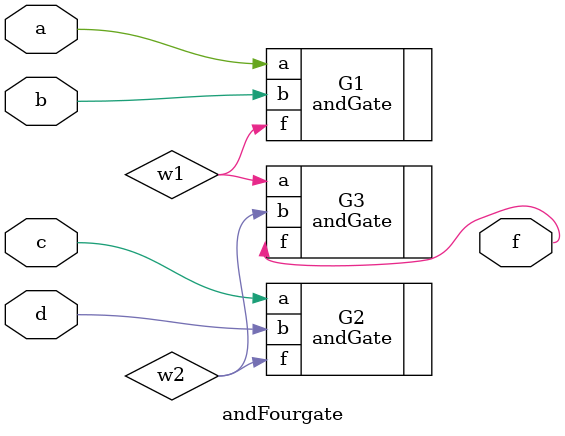
<source format=sv>
`timescale 1ns / 1ps

module andFourgate(
     input logic a ,
     input logic b,
     input logic c, 
     input logic d,
     output logic f
    );
    
    wire  w1;
    wire  w2;
    
    andGate G1(.a(a),.b(b),.f(w1) );
    andGate G2(.a(c),.b(d),.f(w2));
    andGate G3(.a(w1),.b(w2),.f(f));
    
endmodule




</source>
